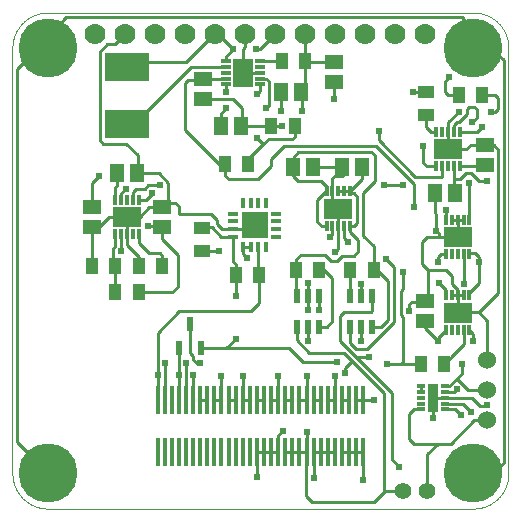
<source format=gtl>
G75*
%MOIN*%
%OFA0B0*%
%FSLAX25Y25*%
%IPPOS*%
%LPD*%
%AMOC8*
5,1,8,0,0,1.08239X$1,22.5*
%
%ADD10C,0.00000*%
%ADD11C,0.06000*%
%ADD12R,0.05118X0.05906*%
%ADD13R,0.05906X0.05118*%
%ADD14R,0.15000X0.09300*%
%ADD15R,0.04331X0.05512*%
%ADD16R,0.05512X0.04331*%
%ADD17C,0.07000*%
%ADD18C,0.05543*%
%ADD19R,0.02200X0.05000*%
%ADD20R,0.01378X0.09646*%
%ADD21R,0.01200X0.03200*%
%ADD22R,0.09400X0.06500*%
%ADD23R,0.03600X0.01200*%
%ADD24R,0.01200X0.03600*%
%ADD25R,0.08900X0.08900*%
%ADD26R,0.03200X0.01200*%
%ADD27R,0.06500X0.09400*%
%ADD28R,0.02600X0.01200*%
%ADD29R,0.03300X0.09400*%
%ADD30C,0.01000*%
%ADD31C,0.02381*%
%ADD32C,0.19685*%
D10*
X0001000Y0012811D02*
X0001000Y0154543D01*
X0001003Y0154828D01*
X0001014Y0155114D01*
X0001031Y0155399D01*
X0001055Y0155683D01*
X0001086Y0155967D01*
X0001124Y0156250D01*
X0001169Y0156531D01*
X0001220Y0156812D01*
X0001278Y0157092D01*
X0001343Y0157370D01*
X0001415Y0157646D01*
X0001493Y0157920D01*
X0001578Y0158193D01*
X0001670Y0158463D01*
X0001768Y0158731D01*
X0001872Y0158997D01*
X0001983Y0159260D01*
X0002100Y0159520D01*
X0002223Y0159778D01*
X0002353Y0160032D01*
X0002489Y0160283D01*
X0002630Y0160531D01*
X0002778Y0160775D01*
X0002931Y0161016D01*
X0003091Y0161252D01*
X0003256Y0161485D01*
X0003426Y0161714D01*
X0003602Y0161939D01*
X0003784Y0162159D01*
X0003970Y0162375D01*
X0004162Y0162586D01*
X0004359Y0162793D01*
X0004561Y0162995D01*
X0004768Y0163192D01*
X0004979Y0163384D01*
X0005195Y0163570D01*
X0005415Y0163752D01*
X0005640Y0163928D01*
X0005869Y0164098D01*
X0006102Y0164263D01*
X0006338Y0164423D01*
X0006579Y0164576D01*
X0006823Y0164724D01*
X0007071Y0164865D01*
X0007322Y0165001D01*
X0007576Y0165131D01*
X0007834Y0165254D01*
X0008094Y0165371D01*
X0008357Y0165482D01*
X0008623Y0165586D01*
X0008891Y0165684D01*
X0009161Y0165776D01*
X0009434Y0165861D01*
X0009708Y0165939D01*
X0009984Y0166011D01*
X0010262Y0166076D01*
X0010542Y0166134D01*
X0010823Y0166185D01*
X0011104Y0166230D01*
X0011387Y0166268D01*
X0011671Y0166299D01*
X0011955Y0166323D01*
X0012240Y0166340D01*
X0012526Y0166351D01*
X0012811Y0166354D01*
X0154543Y0166354D01*
X0154828Y0166351D01*
X0155114Y0166340D01*
X0155399Y0166323D01*
X0155683Y0166299D01*
X0155967Y0166268D01*
X0156250Y0166230D01*
X0156531Y0166185D01*
X0156812Y0166134D01*
X0157092Y0166076D01*
X0157370Y0166011D01*
X0157646Y0165939D01*
X0157920Y0165861D01*
X0158193Y0165776D01*
X0158463Y0165684D01*
X0158731Y0165586D01*
X0158997Y0165482D01*
X0159260Y0165371D01*
X0159520Y0165254D01*
X0159778Y0165131D01*
X0160032Y0165001D01*
X0160283Y0164865D01*
X0160531Y0164724D01*
X0160775Y0164576D01*
X0161016Y0164423D01*
X0161252Y0164263D01*
X0161485Y0164098D01*
X0161714Y0163928D01*
X0161939Y0163752D01*
X0162159Y0163570D01*
X0162375Y0163384D01*
X0162586Y0163192D01*
X0162793Y0162995D01*
X0162995Y0162793D01*
X0163192Y0162586D01*
X0163384Y0162375D01*
X0163570Y0162159D01*
X0163752Y0161939D01*
X0163928Y0161714D01*
X0164098Y0161485D01*
X0164263Y0161252D01*
X0164423Y0161016D01*
X0164576Y0160775D01*
X0164724Y0160531D01*
X0164865Y0160283D01*
X0165001Y0160032D01*
X0165131Y0159778D01*
X0165254Y0159520D01*
X0165371Y0159260D01*
X0165482Y0158997D01*
X0165586Y0158731D01*
X0165684Y0158463D01*
X0165776Y0158193D01*
X0165861Y0157920D01*
X0165939Y0157646D01*
X0166011Y0157370D01*
X0166076Y0157092D01*
X0166134Y0156812D01*
X0166185Y0156531D01*
X0166230Y0156250D01*
X0166268Y0155967D01*
X0166299Y0155683D01*
X0166323Y0155399D01*
X0166340Y0155114D01*
X0166351Y0154828D01*
X0166354Y0154543D01*
X0166354Y0012811D01*
X0166351Y0012526D01*
X0166340Y0012240D01*
X0166323Y0011955D01*
X0166299Y0011671D01*
X0166268Y0011387D01*
X0166230Y0011104D01*
X0166185Y0010823D01*
X0166134Y0010542D01*
X0166076Y0010262D01*
X0166011Y0009984D01*
X0165939Y0009708D01*
X0165861Y0009434D01*
X0165776Y0009161D01*
X0165684Y0008891D01*
X0165586Y0008623D01*
X0165482Y0008357D01*
X0165371Y0008094D01*
X0165254Y0007834D01*
X0165131Y0007576D01*
X0165001Y0007322D01*
X0164865Y0007071D01*
X0164724Y0006823D01*
X0164576Y0006579D01*
X0164423Y0006338D01*
X0164263Y0006102D01*
X0164098Y0005869D01*
X0163928Y0005640D01*
X0163752Y0005415D01*
X0163570Y0005195D01*
X0163384Y0004979D01*
X0163192Y0004768D01*
X0162995Y0004561D01*
X0162793Y0004359D01*
X0162586Y0004162D01*
X0162375Y0003970D01*
X0162159Y0003784D01*
X0161939Y0003602D01*
X0161714Y0003426D01*
X0161485Y0003256D01*
X0161252Y0003091D01*
X0161016Y0002931D01*
X0160775Y0002778D01*
X0160531Y0002630D01*
X0160283Y0002489D01*
X0160032Y0002353D01*
X0159778Y0002223D01*
X0159520Y0002100D01*
X0159260Y0001983D01*
X0158997Y0001872D01*
X0158731Y0001768D01*
X0158463Y0001670D01*
X0158193Y0001578D01*
X0157920Y0001493D01*
X0157646Y0001415D01*
X0157370Y0001343D01*
X0157092Y0001278D01*
X0156812Y0001220D01*
X0156531Y0001169D01*
X0156250Y0001124D01*
X0155967Y0001086D01*
X0155683Y0001055D01*
X0155399Y0001031D01*
X0155114Y0001014D01*
X0154828Y0001003D01*
X0154543Y0001000D01*
X0012811Y0001000D01*
X0012526Y0001003D01*
X0012240Y0001014D01*
X0011955Y0001031D01*
X0011671Y0001055D01*
X0011387Y0001086D01*
X0011104Y0001124D01*
X0010823Y0001169D01*
X0010542Y0001220D01*
X0010262Y0001278D01*
X0009984Y0001343D01*
X0009708Y0001415D01*
X0009434Y0001493D01*
X0009161Y0001578D01*
X0008891Y0001670D01*
X0008623Y0001768D01*
X0008357Y0001872D01*
X0008094Y0001983D01*
X0007834Y0002100D01*
X0007576Y0002223D01*
X0007322Y0002353D01*
X0007071Y0002489D01*
X0006823Y0002630D01*
X0006579Y0002778D01*
X0006338Y0002931D01*
X0006102Y0003091D01*
X0005869Y0003256D01*
X0005640Y0003426D01*
X0005415Y0003602D01*
X0005195Y0003784D01*
X0004979Y0003970D01*
X0004768Y0004162D01*
X0004561Y0004359D01*
X0004359Y0004561D01*
X0004162Y0004768D01*
X0003970Y0004979D01*
X0003784Y0005195D01*
X0003602Y0005415D01*
X0003426Y0005640D01*
X0003256Y0005869D01*
X0003091Y0006102D01*
X0002931Y0006338D01*
X0002778Y0006579D01*
X0002630Y0006823D01*
X0002489Y0007071D01*
X0002353Y0007322D01*
X0002223Y0007576D01*
X0002100Y0007834D01*
X0001983Y0008094D01*
X0001872Y0008357D01*
X0001768Y0008623D01*
X0001670Y0008891D01*
X0001578Y0009161D01*
X0001493Y0009434D01*
X0001415Y0009708D01*
X0001343Y0009984D01*
X0001278Y0010262D01*
X0001220Y0010542D01*
X0001169Y0010823D01*
X0001124Y0011104D01*
X0001086Y0011387D01*
X0001055Y0011671D01*
X0001031Y0011955D01*
X0001014Y0012240D01*
X0001003Y0012526D01*
X0001000Y0012811D01*
D11*
X0159268Y0030370D03*
X0159268Y0040370D03*
X0159268Y0050370D03*
D12*
X0148441Y0106118D03*
X0141748Y0106118D03*
X0117693Y0114780D03*
X0111000Y0114780D03*
X0101236Y0114819D03*
X0094543Y0114819D03*
X0077181Y0128559D03*
X0070488Y0128559D03*
X0090567Y0139976D03*
X0097260Y0139976D03*
X0042535Y0112811D03*
X0035843Y0112811D03*
D13*
X0027378Y0101591D03*
X0027378Y0094898D03*
X0051000Y0094898D03*
X0051000Y0101591D03*
X0064386Y0137417D03*
X0064386Y0144110D03*
X0108087Y0143323D03*
X0108087Y0150016D03*
X0158677Y0122063D03*
X0158677Y0115370D03*
X0138402Y0070094D03*
X0138402Y0063402D03*
D14*
X0039189Y0129295D03*
X0039189Y0148295D03*
D15*
X0071748Y0116000D03*
X0079622Y0116000D03*
X0087220Y0128559D03*
X0095094Y0128559D03*
X0098638Y0150213D03*
X0090764Y0150213D03*
X0149819Y0138795D03*
X0157693Y0138795D03*
X0121472Y0080528D03*
X0113598Y0080528D03*
X0103362Y0080528D03*
X0095488Y0080528D03*
X0083283Y0078953D03*
X0075409Y0078953D03*
X0051000Y0081709D03*
X0043126Y0081709D03*
X0035252Y0081709D03*
X0027378Y0081709D03*
X0035252Y0073047D03*
X0043126Y0073047D03*
X0137142Y0049071D03*
X0145016Y0049071D03*
D16*
X0064346Y0086787D03*
X0064346Y0094661D03*
X0138795Y0132102D03*
X0138795Y0139976D03*
D17*
X0138677Y0159268D03*
X0128677Y0159268D03*
X0118677Y0159268D03*
X0108677Y0159268D03*
X0098677Y0159268D03*
X0088677Y0159268D03*
X0078677Y0159268D03*
X0068677Y0159268D03*
X0058677Y0159268D03*
X0048677Y0159268D03*
X0038677Y0159268D03*
X0028677Y0159268D03*
D18*
X0131315Y0006906D03*
X0139189Y0006906D03*
D19*
X0120842Y0061648D03*
X0117142Y0061648D03*
X0113442Y0061648D03*
X0113442Y0071848D03*
X0117142Y0071848D03*
X0120842Y0071848D03*
X0103125Y0071848D03*
X0099425Y0071848D03*
X0095725Y0071848D03*
X0095725Y0061648D03*
X0099425Y0061648D03*
X0103125Y0061648D03*
X0063991Y0054380D03*
X0056591Y0054380D03*
X0060291Y0062580D03*
D20*
X0061236Y0037319D03*
X0058874Y0037319D03*
X0056512Y0037319D03*
X0054150Y0037319D03*
X0051787Y0037319D03*
X0049425Y0037319D03*
X0063598Y0037319D03*
X0065961Y0037319D03*
X0068323Y0037319D03*
X0070685Y0037319D03*
X0073047Y0037319D03*
X0075409Y0037319D03*
X0077772Y0037319D03*
X0080134Y0037319D03*
X0082496Y0037319D03*
X0084858Y0037319D03*
X0087220Y0037319D03*
X0089583Y0037319D03*
X0091945Y0037319D03*
X0094307Y0037319D03*
X0096669Y0037319D03*
X0099031Y0037319D03*
X0101394Y0037319D03*
X0103756Y0037319D03*
X0106118Y0037319D03*
X0108480Y0037319D03*
X0110843Y0037319D03*
X0113205Y0037319D03*
X0115567Y0037319D03*
X0117929Y0037319D03*
X0117929Y0019799D03*
X0115567Y0019799D03*
X0113205Y0019799D03*
X0110843Y0019799D03*
X0108480Y0019799D03*
X0106118Y0019799D03*
X0103756Y0019799D03*
X0101394Y0019799D03*
X0099031Y0019799D03*
X0096669Y0019799D03*
X0094307Y0019799D03*
X0091945Y0019799D03*
X0089583Y0019799D03*
X0087220Y0019799D03*
X0084858Y0019799D03*
X0082496Y0019799D03*
X0080134Y0019799D03*
X0077772Y0019799D03*
X0075409Y0019799D03*
X0073047Y0019799D03*
X0070685Y0019799D03*
X0068323Y0019799D03*
X0065961Y0019799D03*
X0063598Y0019799D03*
X0061236Y0019799D03*
X0058874Y0019799D03*
X0056512Y0019799D03*
X0054150Y0019799D03*
X0051787Y0019799D03*
X0049425Y0019799D03*
D21*
X0043089Y0092544D03*
X0041189Y0092544D03*
X0039189Y0092544D03*
X0037189Y0092544D03*
X0035289Y0092544D03*
X0035289Y0103944D03*
X0037189Y0103944D03*
X0039189Y0103944D03*
X0041189Y0103944D03*
X0043089Y0103944D03*
X0105761Y0106800D03*
X0107661Y0106800D03*
X0109661Y0106800D03*
X0111661Y0106800D03*
X0113561Y0106800D03*
X0113561Y0095200D03*
X0111661Y0095200D03*
X0109661Y0095200D03*
X0107661Y0095200D03*
X0105761Y0095200D03*
X0142336Y0115064D03*
X0144236Y0115064D03*
X0146236Y0115064D03*
X0148236Y0115064D03*
X0150136Y0115064D03*
X0150136Y0126464D03*
X0148236Y0126464D03*
X0146236Y0126464D03*
X0144236Y0126464D03*
X0142336Y0126464D03*
X0145525Y0097251D03*
X0147425Y0097251D03*
X0149425Y0097251D03*
X0151425Y0097251D03*
X0153325Y0097251D03*
X0153325Y0085851D03*
X0151425Y0085851D03*
X0149425Y0085851D03*
X0147425Y0085851D03*
X0145525Y0085851D03*
X0145525Y0072054D03*
X0147425Y0072054D03*
X0149425Y0072054D03*
X0151425Y0072054D03*
X0153325Y0072054D03*
X0153325Y0060654D03*
X0151425Y0060654D03*
X0149425Y0060654D03*
X0147425Y0060654D03*
X0145525Y0060654D03*
D22*
X0149425Y0066354D03*
X0149425Y0091551D03*
X0146236Y0120764D03*
X0109661Y0101000D03*
X0039189Y0098244D03*
D23*
X0074409Y0099288D03*
X0074409Y0096788D03*
X0074409Y0094188D03*
X0074409Y0091688D03*
X0089009Y0091688D03*
X0089009Y0094188D03*
X0089009Y0096788D03*
X0089009Y0099288D03*
D24*
X0085509Y0102788D03*
X0083009Y0102788D03*
X0080409Y0102788D03*
X0077909Y0102788D03*
X0077909Y0088188D03*
X0080409Y0088188D03*
X0083009Y0088188D03*
X0085509Y0088188D03*
D25*
X0081709Y0095488D03*
D26*
X0083472Y0142376D03*
X0083472Y0144276D03*
X0083472Y0146276D03*
X0083472Y0148276D03*
X0083472Y0150176D03*
X0072072Y0150176D03*
X0072072Y0148276D03*
X0072072Y0146276D03*
X0072072Y0144276D03*
X0072072Y0142376D03*
D27*
X0077772Y0146276D03*
D28*
X0137157Y0041908D03*
X0137157Y0040008D03*
X0137157Y0038008D03*
X0137157Y0036008D03*
X0137157Y0034108D03*
X0145157Y0034108D03*
X0145157Y0036008D03*
X0145157Y0038008D03*
X0145157Y0040008D03*
X0145157Y0041908D03*
D29*
X0141157Y0038008D03*
D30*
X0141157Y0031315D01*
X0145157Y0034108D02*
X0148601Y0034108D01*
X0150606Y0032102D01*
X0153756Y0033283D02*
X0151031Y0036008D01*
X0145157Y0036008D01*
X0145157Y0038008D02*
X0154150Y0038008D01*
X0156906Y0035252D01*
X0159150Y0035252D01*
X0159268Y0035370D01*
X0159268Y0030370D02*
X0154780Y0030370D01*
X0147063Y0022654D01*
X0142732Y0022654D01*
X0139189Y0019110D01*
X0139189Y0006906D01*
X0131315Y0006906D02*
X0125409Y0006906D01*
X0125016Y0006512D01*
X0121669Y0003165D01*
X0100803Y0003165D01*
X0098835Y0005134D01*
X0098835Y0019602D01*
X0099031Y0019799D01*
X0099031Y0026591D01*
X0099031Y0019799D02*
X0096669Y0019799D01*
X0094307Y0019799D01*
X0091945Y0019799D01*
X0089583Y0019799D02*
X0089583Y0025409D01*
X0091157Y0026984D01*
X0089583Y0019799D02*
X0087220Y0019799D01*
X0084858Y0019799D01*
X0082496Y0019799D01*
X0082496Y0011630D01*
X0101394Y0011236D02*
X0101394Y0019799D01*
X0103756Y0019799D01*
X0106118Y0019799D01*
X0108480Y0019799D01*
X0110843Y0019799D02*
X0113205Y0019799D01*
X0115567Y0019799D01*
X0117929Y0019799D01*
X0117929Y0010646D01*
X0125016Y0006512D02*
X0125016Y0039386D01*
X0114287Y0050114D01*
X0112024Y0047850D01*
X0112024Y0046276D01*
X0108480Y0045094D02*
X0108480Y0037319D01*
X0106118Y0037319D01*
X0103756Y0037319D02*
X0101394Y0037319D01*
X0099031Y0037319D02*
X0099031Y0045094D01*
X0097850Y0049819D02*
X0093289Y0054380D01*
X0063991Y0054380D01*
X0072097Y0054380D01*
X0075409Y0057693D01*
X0080528Y0066748D02*
X0056512Y0066748D01*
X0049425Y0059661D01*
X0049425Y0045488D01*
X0049425Y0037319D01*
X0051787Y0037319D02*
X0051787Y0049425D01*
X0056512Y0045488D02*
X0056591Y0054380D01*
X0060291Y0052732D02*
X0061236Y0051787D01*
X0061236Y0050606D01*
X0062417Y0049425D01*
X0063598Y0049425D01*
X0061236Y0045488D02*
X0061236Y0037319D01*
X0058874Y0037319D02*
X0058874Y0049425D01*
X0060291Y0052732D02*
X0060291Y0062580D01*
X0054150Y0073047D02*
X0043126Y0073047D01*
X0035252Y0073047D02*
X0035252Y0081709D01*
X0034465Y0082496D01*
X0034465Y0087614D01*
X0035289Y0088439D01*
X0035289Y0092544D01*
X0037189Y0092544D02*
X0037189Y0086858D01*
X0037220Y0086827D01*
X0039189Y0088795D02*
X0039189Y0092544D01*
X0039189Y0098244D01*
X0033283Y0098244D01*
X0029937Y0094898D01*
X0027378Y0094898D01*
X0027378Y0081709D01*
X0039189Y0088795D02*
X0043126Y0084858D01*
X0043126Y0081709D01*
X0046669Y0086039D02*
X0050213Y0086039D01*
X0051000Y0085252D01*
X0051000Y0081709D01*
X0046669Y0086039D02*
X0043089Y0089620D01*
X0043089Y0092544D01*
X0046079Y0095094D02*
X0050803Y0095094D01*
X0051000Y0094898D01*
X0051000Y0090764D01*
X0056118Y0085646D01*
X0056118Y0075016D01*
X0054150Y0073047D01*
X0064346Y0086787D02*
X0064386Y0086827D01*
X0069898Y0086827D01*
X0070548Y0091688D02*
X0067535Y0094701D01*
X0064386Y0094701D01*
X0064346Y0094661D01*
X0069110Y0095882D02*
X0069110Y0097063D01*
X0067142Y0099031D01*
X0056512Y0099031D01*
X0056512Y0101787D01*
X0055331Y0102969D01*
X0053559Y0102969D01*
X0052969Y0103559D01*
X0051000Y0101591D01*
X0050803Y0101394D01*
X0046669Y0101394D01*
X0043520Y0098244D01*
X0039189Y0098244D01*
X0041189Y0103944D02*
X0041157Y0103976D01*
X0041157Y0106512D01*
X0042339Y0107693D01*
X0045094Y0107693D01*
X0046276Y0108874D01*
X0050213Y0108874D01*
X0052969Y0109661D02*
X0052969Y0103559D01*
X0047457Y0105724D02*
X0045676Y0103944D01*
X0043089Y0103944D01*
X0038795Y0107693D02*
X0037189Y0106087D01*
X0037189Y0103944D01*
X0035289Y0103944D02*
X0035252Y0103981D01*
X0035252Y0108087D01*
X0035843Y0108677D01*
X0035843Y0112811D01*
X0029740Y0112024D02*
X0027378Y0109661D01*
X0027378Y0101591D01*
X0042535Y0112811D02*
X0042732Y0113008D01*
X0042732Y0118717D01*
X0038795Y0122654D01*
X0031315Y0122654D01*
X0030134Y0123835D01*
X0030134Y0153362D01*
X0032496Y0155724D01*
X0035252Y0155724D01*
X0038677Y0159150D01*
X0038677Y0159268D01*
X0040713Y0149819D02*
X0039189Y0148295D01*
X0040713Y0149819D02*
X0058874Y0149819D01*
X0068323Y0159268D01*
X0068677Y0159268D01*
X0069504Y0159268D01*
X0074622Y0154150D01*
X0072072Y0151599D01*
X0072072Y0150176D01*
X0072072Y0148276D02*
X0072040Y0148244D01*
X0060449Y0148244D01*
X0041500Y0129295D01*
X0039189Y0129295D01*
X0042535Y0112811D02*
X0049819Y0112811D01*
X0052969Y0109661D01*
X0047457Y0106118D02*
X0047457Y0105724D01*
X0069110Y0095882D02*
X0070804Y0094188D01*
X0074409Y0094188D01*
X0080409Y0094188D01*
X0081709Y0095488D01*
X0074622Y0091475D02*
X0074409Y0091688D01*
X0070548Y0091688D01*
X0074622Y0091475D02*
X0074622Y0083283D01*
X0075409Y0082496D01*
X0075409Y0078953D01*
X0075330Y0078874D01*
X0075409Y0078953D02*
X0075409Y0071866D01*
X0080528Y0066748D02*
X0083283Y0069504D01*
X0083283Y0078953D01*
X0083009Y0079228D01*
X0083009Y0088188D01*
X0080409Y0088188D02*
X0077909Y0088188D01*
X0077909Y0085902D01*
X0079346Y0084465D01*
X0095488Y0084071D02*
X0095488Y0080528D01*
X0095488Y0071848D01*
X0095725Y0071848D01*
X0095882Y0071848D01*
X0099425Y0071848D02*
X0099425Y0067142D01*
X0103125Y0067182D02*
X0103125Y0071848D01*
X0099425Y0071848D02*
X0099425Y0076197D01*
X0103362Y0080528D02*
X0104937Y0080528D01*
X0107693Y0077772D01*
X0107693Y0063598D01*
X0105724Y0061630D01*
X0103143Y0061630D01*
X0103125Y0061648D01*
X0099425Y0061648D02*
X0099425Y0056906D01*
X0095725Y0057062D02*
X0095725Y0061648D01*
X0095725Y0057062D02*
X0100016Y0052772D01*
X0111630Y0052772D01*
X0114287Y0050114D01*
X0115764Y0051197D02*
X0115961Y0051394D01*
X0119898Y0051394D01*
X0119307Y0054346D02*
X0128165Y0063205D01*
X0128165Y0081512D01*
X0125409Y0084268D01*
X0122654Y0080528D02*
X0121472Y0080528D01*
X0121472Y0088402D01*
X0117929Y0091945D01*
X0117929Y0106118D01*
X0121866Y0110055D01*
X0121866Y0118717D01*
X0120685Y0119898D01*
X0096276Y0119898D01*
X0094701Y0118323D01*
X0094701Y0114976D01*
X0094543Y0114819D01*
X0094504Y0114780D01*
X0094504Y0112024D01*
X0096276Y0110252D01*
X0103756Y0110252D01*
X0105761Y0108246D01*
X0105761Y0106800D01*
X0105761Y0106549D01*
X0105171Y0106549D01*
X0102575Y0103953D01*
X0102575Y0096669D01*
X0104044Y0095200D01*
X0105761Y0095200D01*
X0105761Y0095451D01*
X0107661Y0095200D02*
X0107661Y0092307D01*
X0106906Y0091551D01*
X0109661Y0095200D02*
X0109661Y0087614D01*
X0108480Y0086433D01*
X0110843Y0085252D02*
X0109268Y0083677D01*
X0107299Y0083677D01*
X0105331Y0085646D01*
X0097063Y0085646D01*
X0095488Y0084071D01*
X0109661Y0095200D02*
X0109661Y0101000D01*
X0108874Y0101000D01*
X0107693Y0102181D01*
X0107693Y0106769D01*
X0107661Y0106800D01*
X0107693Y0106831D01*
X0107693Y0111236D01*
X0108480Y0112024D01*
X0111039Y0112024D01*
X0111039Y0114740D01*
X0111000Y0114780D01*
X0101276Y0114780D01*
X0101236Y0114819D01*
X0107661Y0108646D02*
X0107661Y0106800D01*
X0109661Y0106800D02*
X0111661Y0106800D01*
X0113561Y0106800D01*
X0113561Y0106549D01*
X0113992Y0106118D01*
X0114780Y0106118D01*
X0115961Y0104937D01*
X0115961Y0096276D01*
X0114885Y0095200D01*
X0113561Y0095200D01*
X0113561Y0093163D01*
X0116354Y0090370D01*
X0116354Y0086827D01*
X0114780Y0085252D01*
X0110843Y0085252D01*
X0113598Y0080528D02*
X0113442Y0080371D01*
X0113442Y0071848D01*
X0117142Y0071848D02*
X0117142Y0075803D01*
X0120842Y0071848D02*
X0120842Y0066708D01*
X0120685Y0066551D01*
X0111630Y0066551D01*
X0110252Y0065173D01*
X0110252Y0056709D01*
X0115764Y0051197D01*
X0127378Y0039583D01*
X0127378Y0017535D01*
X0129937Y0014976D01*
X0134858Y0022654D02*
X0133283Y0024228D01*
X0133283Y0032496D01*
X0134858Y0034071D01*
X0137120Y0034071D01*
X0137157Y0034108D01*
X0141157Y0038008D02*
X0145157Y0038008D01*
X0145189Y0039976D02*
X0148244Y0039976D01*
X0149031Y0040764D01*
X0146632Y0041908D02*
X0149031Y0044307D01*
X0152969Y0040370D01*
X0159268Y0040370D01*
X0151000Y0046276D02*
X0151000Y0049031D01*
X0151000Y0046276D02*
X0149031Y0044307D01*
X0146632Y0041908D02*
X0145157Y0041908D01*
X0145194Y0041945D01*
X0145157Y0040008D02*
X0145189Y0039976D01*
X0137157Y0040008D02*
X0137157Y0041908D01*
X0137142Y0049071D02*
X0130567Y0049071D01*
X0131315Y0049819D01*
X0131315Y0064780D01*
X0130528Y0065567D01*
X0130528Y0073441D01*
X0131315Y0074228D01*
X0131315Y0079740D01*
X0126197Y0076984D02*
X0126197Y0063992D01*
X0123835Y0061630D01*
X0120860Y0061630D01*
X0120842Y0061648D01*
X0117142Y0061648D02*
X0117142Y0056906D01*
X0115370Y0054346D02*
X0119307Y0054346D01*
X0115370Y0054346D02*
X0113442Y0056275D01*
X0113442Y0061648D01*
X0103165Y0067142D02*
X0103125Y0067182D01*
X0097850Y0049819D02*
X0109268Y0049819D01*
X0110843Y0037319D02*
X0113205Y0037319D01*
X0115567Y0037319D02*
X0117929Y0037319D01*
X0118028Y0037220D01*
X0121472Y0037220D01*
X0125803Y0049031D02*
X0125843Y0049071D01*
X0130567Y0049071D01*
X0138402Y0061236D02*
X0142732Y0056906D01*
X0142732Y0058019D01*
X0145525Y0060654D01*
X0149425Y0066354D02*
X0156433Y0066433D01*
X0162949Y0072811D01*
X0162949Y0120685D01*
X0161571Y0122063D01*
X0158677Y0122063D01*
X0158480Y0122260D01*
X0153756Y0122260D01*
X0152260Y0120764D01*
X0146236Y0120764D01*
X0146236Y0126464D01*
X0146236Y0129701D01*
X0149819Y0133283D01*
X0152575Y0132496D02*
X0149819Y0129740D01*
X0149031Y0129740D01*
X0148236Y0128945D01*
X0148236Y0126464D01*
X0150136Y0126464D02*
X0155991Y0126464D01*
X0157693Y0128165D01*
X0155724Y0131315D02*
X0154150Y0129740D01*
X0155724Y0131315D02*
X0155724Y0134071D01*
X0154937Y0134858D01*
X0153362Y0134858D01*
X0152575Y0134071D01*
X0152575Y0132496D01*
X0149819Y0138795D02*
X0146276Y0138795D01*
X0145094Y0139976D01*
X0145094Y0143126D01*
X0146669Y0144701D01*
X0138795Y0139976D02*
X0134465Y0139976D01*
X0138795Y0132102D02*
X0138795Y0128165D01*
X0140497Y0126464D01*
X0142336Y0126464D01*
X0138008Y0121866D02*
X0138008Y0116354D01*
X0139298Y0115064D01*
X0142336Y0115064D01*
X0144236Y0115064D02*
X0144236Y0111701D01*
X0144307Y0111630D01*
X0135252Y0111630D01*
X0123047Y0123835D01*
X0123047Y0126984D01*
X0122260Y0121866D02*
X0091551Y0121866D01*
X0087316Y0117631D01*
X0087316Y0115151D01*
X0083007Y0110843D01*
X0073047Y0110843D01*
X0071866Y0112024D01*
X0071866Y0113840D01*
X0058480Y0127226D01*
X0058480Y0142732D01*
X0059661Y0143913D01*
X0064189Y0143913D01*
X0064386Y0144110D01*
X0064551Y0144276D01*
X0072072Y0144276D01*
X0072072Y0142376D02*
X0072260Y0142187D01*
X0072260Y0139976D01*
X0074425Y0137417D02*
X0077378Y0134465D01*
X0077378Y0128756D01*
X0077181Y0128559D01*
X0087220Y0128559D01*
X0090882Y0128559D01*
X0090370Y0128559D02*
X0087220Y0128559D01*
X0086433Y0124228D02*
X0094307Y0124228D01*
X0095094Y0125016D01*
X0095094Y0128559D01*
X0097457Y0133677D02*
X0097457Y0139780D01*
X0097260Y0139976D01*
X0098638Y0141354D01*
X0098638Y0150213D01*
X0098638Y0159228D01*
X0098677Y0159268D01*
X0098638Y0150213D02*
X0098835Y0150016D01*
X0108087Y0150016D01*
X0108087Y0143323D02*
X0108087Y0137614D01*
X0090567Y0139976D02*
X0090567Y0133874D01*
X0090370Y0133677D01*
X0086433Y0135252D02*
X0085646Y0134465D01*
X0086433Y0135252D02*
X0086433Y0143520D01*
X0085677Y0144276D01*
X0083472Y0144276D01*
X0083472Y0142376D02*
X0083472Y0140165D01*
X0082496Y0139189D01*
X0083472Y0146276D02*
X0077772Y0146276D01*
X0077772Y0154150D01*
X0078559Y0154937D01*
X0078559Y0159150D01*
X0078677Y0159268D01*
X0082102Y0154150D02*
X0083559Y0154150D01*
X0088677Y0159268D01*
X0090764Y0150213D02*
X0083509Y0150213D01*
X0083472Y0150176D01*
X0074425Y0137417D02*
X0064386Y0137417D01*
X0070488Y0132693D02*
X0072260Y0134465D01*
X0070488Y0132693D02*
X0070488Y0128559D01*
X0079622Y0117417D02*
X0084661Y0122457D01*
X0082496Y0124622D01*
X0084661Y0122457D02*
X0086433Y0124228D01*
X0079622Y0117417D02*
X0079622Y0116000D01*
X0071866Y0115882D02*
X0071866Y0113840D01*
X0071866Y0115882D02*
X0071748Y0116000D01*
X0070646Y0116000D01*
X0111661Y0095200D02*
X0111661Y0091126D01*
X0112811Y0089976D01*
X0122654Y0080528D02*
X0126197Y0076984D01*
X0133283Y0069110D02*
X0134071Y0069898D01*
X0137811Y0069898D01*
X0138402Y0070094D01*
X0139583Y0071276D01*
X0139583Y0080528D01*
X0145488Y0080528D01*
X0147457Y0078559D01*
X0147457Y0075803D01*
X0149425Y0073835D01*
X0149425Y0072054D01*
X0151425Y0072054D01*
X0153325Y0072054D02*
X0153325Y0073010D01*
X0156512Y0076197D01*
X0156512Y0083283D01*
X0156512Y0084858D01*
X0155331Y0086039D01*
X0153513Y0086039D01*
X0153325Y0085851D01*
X0151425Y0085851D02*
X0151425Y0075835D01*
X0151394Y0075803D01*
X0149425Y0072054D02*
X0147425Y0072054D01*
X0149425Y0072054D02*
X0149425Y0066354D01*
X0151425Y0060654D02*
X0151425Y0055756D01*
X0147063Y0051394D01*
X0147063Y0051118D01*
X0145016Y0049071D01*
X0154543Y0056906D02*
X0154543Y0059268D01*
X0153325Y0060486D01*
X0153325Y0060654D01*
X0156433Y0066433D02*
X0159268Y0063598D01*
X0159268Y0050370D01*
X0138402Y0061236D02*
X0138402Y0063402D01*
X0133283Y0066748D02*
X0133283Y0069110D01*
X0143126Y0076197D02*
X0145525Y0073798D01*
X0145525Y0072054D01*
X0139583Y0080528D02*
X0137614Y0082496D01*
X0137614Y0089976D01*
X0139189Y0091551D01*
X0143126Y0091551D01*
X0143126Y0092732D01*
X0142339Y0093520D01*
X0142339Y0099031D01*
X0141748Y0099622D01*
X0141748Y0106118D01*
X0145488Y0100606D02*
X0145525Y0100569D01*
X0145525Y0097251D01*
X0147425Y0097251D02*
X0149425Y0097251D01*
X0151425Y0097251D01*
X0153325Y0097251D02*
X0153325Y0109624D01*
X0153362Y0109661D01*
X0153756Y0112811D02*
X0156512Y0110055D01*
X0159268Y0110055D01*
X0158568Y0115064D02*
X0158677Y0115370D01*
X0158568Y0115064D02*
X0150136Y0115064D01*
X0148236Y0115064D02*
X0148236Y0110850D01*
X0148244Y0110843D01*
X0150213Y0110843D01*
X0152181Y0112811D01*
X0153756Y0112811D01*
X0148236Y0115064D02*
X0148236Y0106323D01*
X0148441Y0106118D01*
X0149425Y0097251D02*
X0149425Y0091551D01*
X0143126Y0091551D01*
X0143725Y0085851D02*
X0142732Y0084858D01*
X0142732Y0083283D01*
X0143725Y0085851D02*
X0145525Y0085851D01*
X0134858Y0101394D02*
X0134858Y0109268D01*
X0122260Y0121866D01*
X0117693Y0114780D02*
X0117693Y0110931D01*
X0113561Y0106800D01*
X0125016Y0108874D02*
X0131315Y0108874D01*
X0160449Y0133283D02*
X0162024Y0133283D01*
X0162811Y0134071D01*
X0162811Y0138008D01*
X0162024Y0138795D01*
X0157693Y0138795D01*
X0164780Y0150606D02*
X0164780Y0016354D01*
X0160843Y0012811D01*
X0154543Y0012811D01*
X0142732Y0022654D02*
X0134858Y0022654D01*
X0099031Y0037319D02*
X0096669Y0037319D01*
X0094307Y0037319D02*
X0091945Y0037319D01*
X0089583Y0037319D02*
X0089583Y0045094D01*
X0089583Y0037319D02*
X0087220Y0037319D01*
X0084858Y0037319D02*
X0082496Y0037319D01*
X0080134Y0037319D02*
X0077772Y0037319D01*
X0077772Y0045094D01*
X0070685Y0045094D02*
X0070685Y0037319D01*
X0068323Y0037319D01*
X0065961Y0037319D02*
X0063598Y0037319D01*
X0056512Y0037319D02*
X0056512Y0045488D01*
X0073047Y0037319D02*
X0075409Y0037319D01*
X0012811Y0012811D02*
X0002575Y0023047D01*
X0002575Y0147457D01*
X0009661Y0154543D01*
X0012811Y0154543D01*
X0012811Y0158480D01*
X0018717Y0164780D01*
X0151000Y0164780D01*
X0154543Y0160843D01*
X0154543Y0154543D01*
X0160449Y0154543D01*
X0164780Y0150606D01*
D31*
X0160449Y0133283D03*
X0157693Y0128165D03*
X0154150Y0129740D03*
X0149819Y0133283D03*
X0146669Y0144701D03*
X0134465Y0139976D03*
X0123047Y0126984D03*
X0138008Y0121866D03*
X0131315Y0108874D03*
X0125016Y0108874D03*
X0134858Y0101394D03*
X0142339Y0093520D03*
X0145488Y0100606D03*
X0153325Y0109624D03*
X0159268Y0110055D03*
X0156512Y0083283D03*
X0151394Y0075803D03*
X0143126Y0076197D03*
X0142732Y0083283D03*
X0131315Y0079740D03*
X0125409Y0084268D03*
X0117142Y0075803D03*
X0108480Y0086433D03*
X0106906Y0091551D03*
X0112811Y0089976D03*
X0099425Y0076197D03*
X0099425Y0067142D03*
X0103165Y0067142D03*
X0099425Y0056906D03*
X0109268Y0049819D03*
X0112024Y0046276D03*
X0108480Y0045094D03*
X0099031Y0045094D03*
X0089583Y0045094D03*
X0077772Y0045094D03*
X0070685Y0045094D03*
X0063598Y0049425D03*
X0061236Y0045488D03*
X0058874Y0049425D03*
X0056512Y0045488D03*
X0051787Y0049425D03*
X0049425Y0045488D03*
X0075409Y0057693D03*
X0075409Y0071866D03*
X0079346Y0084465D03*
X0069898Y0086827D03*
X0047457Y0106118D03*
X0050213Y0108874D03*
X0038795Y0107693D03*
X0029740Y0112024D03*
X0046079Y0095094D03*
X0037220Y0086827D03*
X0082496Y0124622D03*
X0090882Y0128559D03*
X0090370Y0133677D03*
X0085646Y0134465D03*
X0082496Y0139189D03*
X0072260Y0139976D03*
X0072260Y0134465D03*
X0074622Y0154150D03*
X0082102Y0154150D03*
X0097457Y0133677D03*
X0108087Y0137614D03*
X0133283Y0066748D03*
X0142732Y0056906D03*
X0151000Y0049031D03*
X0149031Y0040764D03*
X0150606Y0032102D03*
X0153756Y0033283D03*
X0159268Y0035370D03*
X0141157Y0031315D03*
X0129937Y0014976D03*
X0117929Y0010646D03*
X0101394Y0011236D03*
X0099031Y0026591D03*
X0091157Y0026984D03*
X0082496Y0011630D03*
X0121472Y0037220D03*
X0125803Y0049031D03*
X0119898Y0051394D03*
X0117142Y0056906D03*
X0154543Y0056906D03*
D32*
X0154543Y0012811D03*
X0012811Y0012811D03*
X0012811Y0154543D03*
X0154543Y0154543D03*
M02*

</source>
